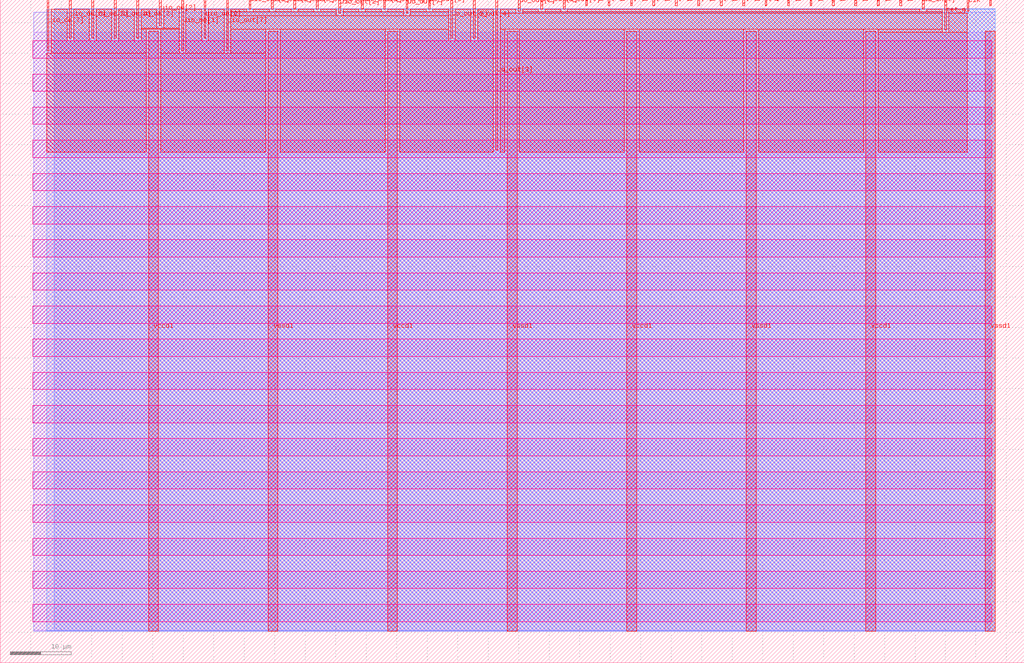
<source format=lef>
VERSION 5.7 ;
  NOWIREEXTENSIONATPIN ON ;
  DIVIDERCHAR "/" ;
  BUSBITCHARS "[]" ;
MACRO tt_um_TrainLED2_top
  CLASS BLOCK ;
  FOREIGN tt_um_TrainLED2_top ;
  ORIGIN 0.000 0.000 ;
  SIZE 167.900 BY 108.800 ;
  PIN clk
    DIRECTION INPUT ;
    USE SIGNAL ;
    PORT
      LAYER met4 ;
        RECT 158.550 106.950 158.850 108.800 ;
    END
  END clk
  PIN ena
    DIRECTION INPUT ;
    USE SIGNAL ;
    PORT
      LAYER met4 ;
        RECT 162.230 107.800 162.530 108.800 ;
    END
  END ena
  PIN rst_n
    DIRECTION INPUT ;
    USE SIGNAL ;
    PORT
      LAYER met4 ;
        RECT 154.870 103.860 155.170 108.800 ;
    END
  END rst_n
  PIN ui_in[0]
    DIRECTION INPUT ;
    USE SIGNAL ;
    PORT
      LAYER met4 ;
        RECT 151.190 107.260 151.490 108.800 ;
    END
  END ui_in[0]
  PIN ui_in[1]
    DIRECTION INPUT ;
    USE SIGNAL ;
    PORT
      LAYER met4 ;
        RECT 147.510 107.800 147.810 108.800 ;
    END
  END ui_in[1]
  PIN ui_in[2]
    DIRECTION INPUT ;
    USE SIGNAL ;
    PORT
      LAYER met4 ;
        RECT 143.830 107.800 144.130 108.800 ;
    END
  END ui_in[2]
  PIN ui_in[3]
    DIRECTION INPUT ;
    USE SIGNAL ;
    PORT
      LAYER met4 ;
        RECT 140.150 107.800 140.450 108.800 ;
    END
  END ui_in[3]
  PIN ui_in[4]
    DIRECTION INPUT ;
    USE SIGNAL ;
    PORT
      LAYER met4 ;
        RECT 136.470 107.800 136.770 108.800 ;
    END
  END ui_in[4]
  PIN ui_in[5]
    DIRECTION INPUT ;
    USE SIGNAL ;
    PORT
      LAYER met4 ;
        RECT 132.790 107.800 133.090 108.800 ;
    END
  END ui_in[5]
  PIN ui_in[6]
    DIRECTION INPUT ;
    USE SIGNAL ;
    PORT
      LAYER met4 ;
        RECT 129.110 107.800 129.410 108.800 ;
    END
  END ui_in[6]
  PIN ui_in[7]
    DIRECTION INPUT ;
    USE SIGNAL ;
    PORT
      LAYER met4 ;
        RECT 125.430 107.800 125.730 108.800 ;
    END
  END ui_in[7]
  PIN uio_in[0]
    DIRECTION INPUT ;
    USE SIGNAL ;
    PORT
      LAYER met4 ;
        RECT 121.750 107.800 122.050 108.800 ;
    END
  END uio_in[0]
  PIN uio_in[1]
    DIRECTION INPUT ;
    USE SIGNAL ;
    PORT
      LAYER met4 ;
        RECT 118.070 107.800 118.370 108.800 ;
    END
  END uio_in[1]
  PIN uio_in[2]
    DIRECTION INPUT ;
    USE SIGNAL ;
    PORT
      LAYER met4 ;
        RECT 114.390 107.800 114.690 108.800 ;
    END
  END uio_in[2]
  PIN uio_in[3]
    DIRECTION INPUT ;
    USE SIGNAL ;
    PORT
      LAYER met4 ;
        RECT 110.710 107.800 111.010 108.800 ;
    END
  END uio_in[3]
  PIN uio_in[4]
    DIRECTION INPUT ;
    USE SIGNAL ;
    PORT
      LAYER met4 ;
        RECT 107.030 107.800 107.330 108.800 ;
    END
  END uio_in[4]
  PIN uio_in[5]
    DIRECTION INPUT ;
    USE SIGNAL ;
    PORT
      LAYER met4 ;
        RECT 103.350 107.800 103.650 108.800 ;
    END
  END uio_in[5]
  PIN uio_in[6]
    DIRECTION INPUT ;
    USE SIGNAL ;
    PORT
      LAYER met4 ;
        RECT 99.670 107.800 99.970 108.800 ;
    END
  END uio_in[6]
  PIN uio_in[7]
    DIRECTION INPUT ;
    USE SIGNAL ;
    PORT
      LAYER met4 ;
        RECT 95.990 107.800 96.290 108.800 ;
    END
  END uio_in[7]
  PIN uio_oe[0]
    DIRECTION OUTPUT TRISTATE ;
    USE SIGNAL ;
    PORT
      LAYER met4 ;
        RECT 33.430 102.500 33.730 108.800 ;
    END
  END uio_oe[0]
  PIN uio_oe[1]
    DIRECTION OUTPUT TRISTATE ;
    USE SIGNAL ;
    PORT
      LAYER met4 ;
        RECT 29.750 100.460 30.050 108.800 ;
    END
  END uio_oe[1]
  PIN uio_oe[2]
    DIRECTION OUTPUT TRISTATE ;
    USE SIGNAL ;
    PORT
      LAYER met4 ;
        RECT 26.070 104.540 26.370 108.800 ;
    END
  END uio_oe[2]
  PIN uio_oe[3]
    DIRECTION OUTPUT TRISTATE ;
    USE SIGNAL ;
    PORT
      LAYER met4 ;
        RECT 22.390 102.500 22.690 108.800 ;
    END
  END uio_oe[3]
  PIN uio_oe[4]
    DIRECTION OUTPUT TRISTATE ;
    USE SIGNAL ;
    PORT
      LAYER met4 ;
        RECT 18.710 102.500 19.010 108.800 ;
    END
  END uio_oe[4]
  PIN uio_oe[5]
    DIRECTION OUTPUT TRISTATE ;
    USE SIGNAL ;
    PORT
      LAYER met4 ;
        RECT 15.030 102.500 15.330 108.800 ;
    END
  END uio_oe[5]
  PIN uio_oe[6]
    DIRECTION OUTPUT TRISTATE ;
    USE SIGNAL ;
    PORT
      LAYER met4 ;
        RECT 11.350 102.500 11.650 108.800 ;
    END
  END uio_oe[6]
  PIN uio_oe[7]
    DIRECTION OUTPUT TRISTATE ;
    USE SIGNAL ;
    PORT
      LAYER met4 ;
        RECT 7.670 100.460 7.970 108.800 ;
    END
  END uio_oe[7]
  PIN uio_out[0]
    DIRECTION OUTPUT TRISTATE ;
    USE SIGNAL ;
    PORT
      LAYER met4 ;
        RECT 62.870 107.260 63.170 108.800 ;
    END
  END uio_out[0]
  PIN uio_out[1]
    DIRECTION OUTPUT TRISTATE ;
    USE SIGNAL ;
    PORT
      LAYER met4 ;
        RECT 59.190 107.260 59.490 108.800 ;
    END
  END uio_out[1]
  PIN uio_out[2]
    DIRECTION OUTPUT TRISTATE ;
    USE SIGNAL ;
    PORT
      LAYER met4 ;
        RECT 55.510 106.580 55.810 108.800 ;
    END
  END uio_out[2]
  PIN uio_out[3]
    DIRECTION OUTPUT TRISTATE ;
    USE SIGNAL ;
    PORT
      LAYER met4 ;
        RECT 51.830 107.260 52.130 108.800 ;
    END
  END uio_out[3]
  PIN uio_out[4]
    DIRECTION OUTPUT TRISTATE ;
    USE SIGNAL ;
    PORT
      LAYER met4 ;
        RECT 48.150 107.260 48.450 108.800 ;
    END
  END uio_out[4]
  PIN uio_out[5]
    DIRECTION OUTPUT TRISTATE ;
    USE SIGNAL ;
    PORT
      LAYER met4 ;
        RECT 44.470 107.260 44.770 108.800 ;
    END
  END uio_out[5]
  PIN uio_out[6]
    DIRECTION OUTPUT TRISTATE ;
    USE SIGNAL ;
    PORT
      LAYER met4 ;
        RECT 40.790 107.260 41.090 108.800 ;
    END
  END uio_out[6]
  PIN uio_out[7]
    DIRECTION OUTPUT TRISTATE ;
    USE SIGNAL ;
    PORT
      LAYER met4 ;
        RECT 37.110 100.460 37.410 108.800 ;
    END
  END uio_out[7]
  PIN uo_out[0]
    DIRECTION OUTPUT TRISTATE ;
    USE SIGNAL ;
    PORT
      LAYER met4 ;
        RECT 92.310 107.260 92.610 108.800 ;
    END
  END uo_out[0]
  PIN uo_out[1]
    DIRECTION OUTPUT TRISTATE ;
    USE SIGNAL ;
    PORT
      LAYER met4 ;
        RECT 88.630 107.260 88.930 108.800 ;
    END
  END uo_out[1]
  PIN uo_out[2]
    DIRECTION OUTPUT TRISTATE ;
    USE SIGNAL ;
    PORT
      LAYER met4 ;
        RECT 84.950 106.950 85.250 108.800 ;
    END
  END uo_out[2]
  PIN uo_out[3]
    DIRECTION OUTPUT TRISTATE ;
    USE SIGNAL ;
    PORT
      LAYER met4 ;
        RECT 81.270 84.140 81.570 108.800 ;
    END
  END uo_out[3]
  PIN uo_out[4]
    DIRECTION OUTPUT TRISTATE ;
    USE SIGNAL ;
    PORT
      LAYER met4 ;
        RECT 77.590 102.500 77.890 108.800 ;
    END
  END uo_out[4]
  PIN uo_out[5]
    DIRECTION OUTPUT TRISTATE ;
    USE SIGNAL ;
    PORT
      LAYER met4 ;
        RECT 73.910 102.500 74.210 108.800 ;
    END
  END uo_out[5]
  PIN uo_out[6]
    DIRECTION OUTPUT TRISTATE ;
    USE SIGNAL ;
    PORT
      LAYER met4 ;
        RECT 70.230 107.260 70.530 108.800 ;
    END
  END uo_out[6]
  PIN uo_out[7]
    DIRECTION OUTPUT TRISTATE ;
    USE SIGNAL ;
    PORT
      LAYER met4 ;
        RECT 66.550 106.580 66.850 108.800 ;
    END
  END uo_out[7]
  PIN vccd1
    DIRECTION INOUT ;
    USE POWER ;
    PORT
      LAYER met4 ;
        RECT 24.325 5.200 25.925 103.600 ;
    END
    PORT
      LAYER met4 ;
        RECT 63.535 5.200 65.135 103.600 ;
    END
    PORT
      LAYER met4 ;
        RECT 102.745 5.200 104.345 103.600 ;
    END
    PORT
      LAYER met4 ;
        RECT 141.955 5.200 143.555 103.600 ;
    END
  END vccd1
  PIN vssd1
    DIRECTION INOUT ;
    USE GROUND ;
    PORT
      LAYER met4 ;
        RECT 43.930 5.200 45.530 103.600 ;
    END
    PORT
      LAYER met4 ;
        RECT 83.140 5.200 84.740 103.600 ;
    END
    PORT
      LAYER met4 ;
        RECT 122.350 5.200 123.950 103.600 ;
    END
    PORT
      LAYER met4 ;
        RECT 161.560 5.200 163.160 103.600 ;
    END
  END vssd1
  OBS
      LAYER nwell ;
        RECT 5.330 99.225 162.570 102.055 ;
        RECT 5.330 93.785 162.570 96.615 ;
        RECT 5.330 88.345 162.570 91.175 ;
        RECT 5.330 82.905 162.570 85.735 ;
        RECT 5.330 77.465 162.570 80.295 ;
        RECT 5.330 72.025 162.570 74.855 ;
        RECT 5.330 66.585 162.570 69.415 ;
        RECT 5.330 61.145 162.570 63.975 ;
        RECT 5.330 55.705 162.570 58.535 ;
        RECT 5.330 50.265 162.570 53.095 ;
        RECT 5.330 44.825 162.570 47.655 ;
        RECT 5.330 39.385 162.570 42.215 ;
        RECT 5.330 33.945 162.570 36.775 ;
        RECT 5.330 28.505 162.570 31.335 ;
        RECT 5.330 23.065 162.570 25.895 ;
        RECT 5.330 17.625 162.570 20.455 ;
        RECT 5.330 12.185 162.570 15.015 ;
        RECT 5.330 6.745 162.570 9.575 ;
      LAYER li1 ;
        RECT 5.520 5.355 162.380 103.445 ;
      LAYER met1 ;
        RECT 5.520 5.200 163.160 106.720 ;
      LAYER met2 ;
        RECT 8.830 5.255 163.130 107.285 ;
      LAYER met3 ;
        RECT 7.630 5.275 163.150 107.265 ;
      LAYER met4 ;
        RECT 8.370 102.100 10.950 107.265 ;
        RECT 12.050 102.100 14.630 107.265 ;
        RECT 15.730 102.100 18.310 107.265 ;
        RECT 19.410 102.100 21.990 107.265 ;
        RECT 23.090 104.140 25.670 107.265 ;
        RECT 26.770 104.140 29.350 107.265 ;
        RECT 23.090 104.000 29.350 104.140 ;
        RECT 23.090 102.100 23.925 104.000 ;
        RECT 8.370 100.060 23.925 102.100 ;
        RECT 7.655 83.815 23.925 100.060 ;
        RECT 26.325 100.060 29.350 104.000 ;
        RECT 30.450 102.100 33.030 107.265 ;
        RECT 34.130 102.100 36.710 107.265 ;
        RECT 30.450 100.060 36.710 102.100 ;
        RECT 37.810 106.860 40.390 107.265 ;
        RECT 41.490 106.860 44.070 107.265 ;
        RECT 45.170 106.860 47.750 107.265 ;
        RECT 48.850 106.860 51.430 107.265 ;
        RECT 52.530 106.860 55.110 107.265 ;
        RECT 37.810 106.180 55.110 106.860 ;
        RECT 56.210 106.860 58.790 107.265 ;
        RECT 59.890 106.860 62.470 107.265 ;
        RECT 63.570 106.860 66.150 107.265 ;
        RECT 56.210 106.180 66.150 106.860 ;
        RECT 67.250 106.860 69.830 107.265 ;
        RECT 70.930 106.860 73.510 107.265 ;
        RECT 67.250 106.180 73.510 106.860 ;
        RECT 37.810 104.000 73.510 106.180 ;
        RECT 37.810 100.060 43.530 104.000 ;
        RECT 26.325 83.815 43.530 100.060 ;
        RECT 45.930 83.815 63.135 104.000 ;
        RECT 65.535 102.100 73.510 104.000 ;
        RECT 74.610 102.100 77.190 107.265 ;
        RECT 78.290 102.100 80.870 107.265 ;
        RECT 65.535 83.815 80.870 102.100 ;
        RECT 81.970 106.550 84.550 107.265 ;
        RECT 85.650 106.860 88.230 107.265 ;
        RECT 89.330 106.860 91.910 107.265 ;
        RECT 93.010 106.860 150.790 107.265 ;
        RECT 151.890 106.860 154.470 107.265 ;
        RECT 85.650 106.550 154.470 106.860 ;
        RECT 81.970 104.000 154.470 106.550 ;
        RECT 81.970 83.815 82.740 104.000 ;
        RECT 85.140 83.815 102.345 104.000 ;
        RECT 104.745 83.815 121.950 104.000 ;
        RECT 124.350 83.815 141.555 104.000 ;
        RECT 143.955 103.460 154.470 104.000 ;
        RECT 155.570 106.550 158.150 107.265 ;
        RECT 155.570 103.460 158.550 106.550 ;
        RECT 143.955 83.815 158.550 103.460 ;
  END
END tt_um_TrainLED2_top
END LIBRARY


</source>
